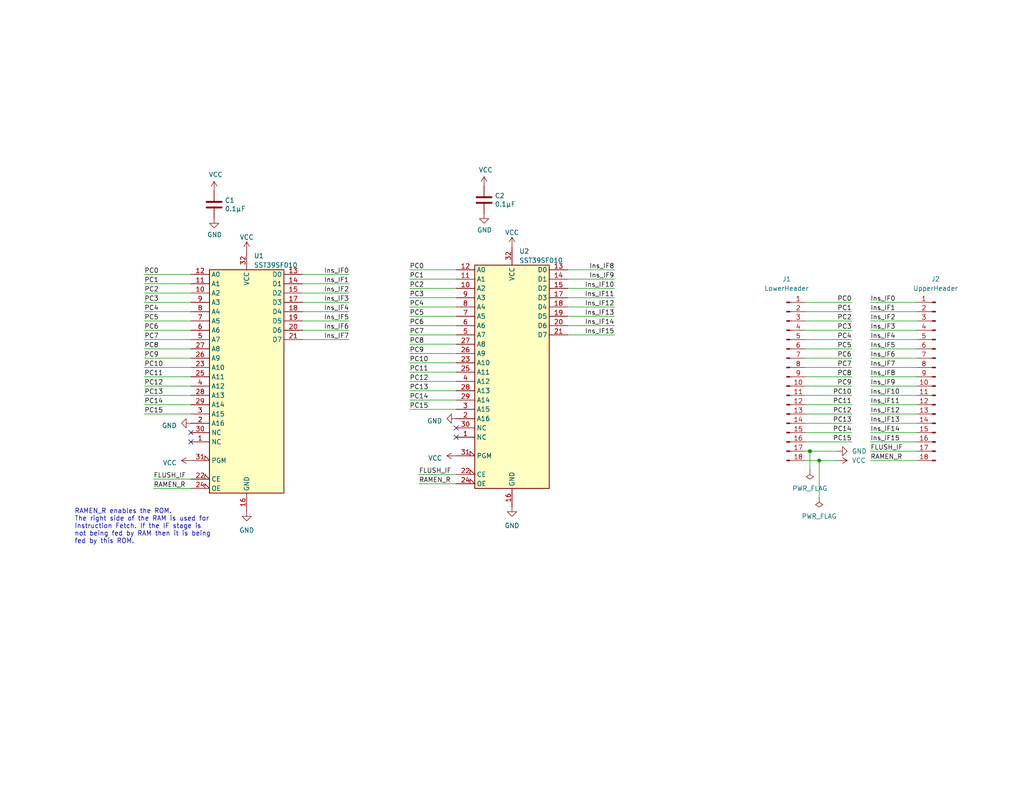
<source format=kicad_sch>
(kicad_sch (version 20230121) (generator eeschema)
  (paper "USLetter")
  (title_block (title "Turtle16: ROM Daughter Board") (date "2023-11-20") (rev "A") (comment 4 "Daughter board with ROM"))
  (lib_symbols
    (symbol "Connector:Conn_01x18_Pin" (pin_names (offset 1.016) hide)
      (property "Reference" "J" (at 0 22.86 0))
      (property "Value" "Conn_01x18_Pin" (at 0 -25.4 0))
      (symbol "Conn_01x18_Pin_1_1"
        (polyline (pts (xy 1.27 -22.86) (xy 0.8636 -22.86)) (stroke (width 0.1524)))
        (polyline (pts (xy 1.27 -20.32) (xy 0.8636 -20.32)) (stroke (width 0.1524)))
        (polyline (pts (xy 1.27 -17.78) (xy 0.8636 -17.78)) (stroke (width 0.1524)))
        (polyline (pts (xy 1.27 -15.24) (xy 0.8636 -15.24)) (stroke (width 0.1524)))
        (polyline (pts (xy 1.27 -12.7) (xy 0.8636 -12.7)) (stroke (width 0.1524)))
        (polyline (pts (xy 1.27 -10.16) (xy 0.8636 -10.16)) (stroke (width 0.1524)))
        (polyline (pts (xy 1.27 -7.62) (xy 0.8636 -7.62)) (stroke (width 0.1524)))
        (polyline (pts (xy 1.27 -5.08) (xy 0.8636 -5.08)) (stroke (width 0.1524)))
        (polyline (pts (xy 1.27 -2.54) (xy 0.8636 -2.54)) (stroke (width 0.1524)))
        (polyline (pts (xy 1.27 0) (xy 0.8636 0)) (stroke (width 0.1524)))
        (polyline (pts (xy 1.27 2.54) (xy 0.8636 2.54)) (stroke (width 0.1524)))
        (polyline (pts (xy 1.27 5.08) (xy 0.8636 5.08)) (stroke (width 0.1524)))
        (polyline (pts (xy 1.27 7.62) (xy 0.8636 7.62)) (stroke (width 0.1524)))
        (polyline (pts (xy 1.27 10.16) (xy 0.8636 10.16)) (stroke (width 0.1524)))
        (polyline (pts (xy 1.27 12.7) (xy 0.8636 12.7)) (stroke (width 0.1524)))
        (polyline (pts (xy 1.27 15.24) (xy 0.8636 15.24)) (stroke (width 0.1524)))
        (polyline (pts (xy 1.27 17.78) (xy 0.8636 17.78)) (stroke (width 0.1524)))
        (polyline (pts (xy 1.27 20.32) (xy 0.8636 20.32)) (stroke (width 0.1524)))
        (rectangle (start 0.8636 -22.733) (end 0 -22.987) (stroke (width 0.1524)) (fill (type outline)))
        (rectangle (start 0.8636 -20.193) (end 0 -20.447) (stroke (width 0.1524)) (fill (type outline)))
        (rectangle (start 0.8636 -17.653) (end 0 -17.907) (stroke (width 0.1524)) (fill (type outline)))
        (rectangle (start 0.8636 -15.113) (end 0 -15.367) (stroke (width 0.1524)) (fill (type outline)))
        (rectangle (start 0.8636 -12.573) (end 0 -12.827) (stroke (width 0.1524)) (fill (type outline)))
        (rectangle (start 0.8636 -10.033) (end 0 -10.287) (stroke (width 0.1524)) (fill (type outline)))
        (rectangle (start 0.8636 -7.493) (end 0 -7.747) (stroke (width 0.1524)) (fill (type outline)))
        (rectangle (start 0.8636 -4.953) (end 0 -5.207) (stroke (width 0.1524)) (fill (type outline)))
        (rectangle (start 0.8636 -2.413) (end 0 -2.667) (stroke (width 0.1524)) (fill (type outline)))
        (rectangle (start 0.8636 0.127) (end 0 -0.127) (stroke (width 0.1524)) (fill (type outline)))
        (rectangle (start 0.8636 2.667) (end 0 2.413) (stroke (width 0.1524)) (fill (type outline)))
        (rectangle (start 0.8636 5.207) (end 0 4.953) (stroke (width 0.1524)) (fill (type outline)))
        (rectangle (start 0.8636 7.747) (end 0 7.493) (stroke (width 0.1524)) (fill (type outline)))
        (rectangle (start 0.8636 10.287) (end 0 10.033) (stroke (width 0.1524)) (fill (type outline)))
        (rectangle (start 0.8636 12.827) (end 0 12.573) (stroke (width 0.1524)) (fill (type outline)))
        (rectangle (start 0.8636 15.367) (end 0 15.113) (stroke (width 0.1524)) (fill (type outline)))
        (rectangle (start 0.8636 17.907) (end 0 17.653) (stroke (width 0.1524)) (fill (type outline)))
        (rectangle (start 0.8636 20.447) (end 0 20.193) (stroke (width 0.1524)) (fill (type outline)))
        (pin passive line (at 5.08 20.32 180) (length 3.81) (name "Pin_1") (number "1"))
        (pin passive line (at 5.08 -2.54 180) (length 3.81) (name "Pin_10") (number "10"))
        (pin passive line (at 5.08 -5.08 180) (length 3.81) (name "Pin_11") (number "11"))
        (pin passive line (at 5.08 -7.62 180) (length 3.81) (name "Pin_12") (number "12"))
        (pin passive line (at 5.08 -10.16 180) (length 3.81) (name "Pin_13") (number "13"))
        (pin passive line (at 5.08 -12.7 180) (length 3.81) (name "Pin_14") (number "14"))
        (pin passive line (at 5.08 -15.24 180) (length 3.81) (name "Pin_15") (number "15"))
        (pin passive line (at 5.08 -17.78 180) (length 3.81) (name "Pin_16") (number "16"))
        (pin passive line (at 5.08 -20.32 180) (length 3.81) (name "Pin_17") (number "17"))
        (pin passive line (at 5.08 -22.86 180) (length 3.81) (name "Pin_18") (number "18"))
        (pin passive line (at 5.08 17.78 180) (length 3.81) (name "Pin_2") (number "2"))
        (pin passive line (at 5.08 15.24 180) (length 3.81) (name "Pin_3") (number "3"))
        (pin passive line (at 5.08 12.7 180) (length 3.81) (name "Pin_4") (number "4"))
        (pin passive line (at 5.08 10.16 180) (length 3.81) (name "Pin_5") (number "5"))
        (pin passive line (at 5.08 7.62 180) (length 3.81) (name "Pin_6") (number "6"))
        (pin passive line (at 5.08 5.08 180) (length 3.81) (name "Pin_7") (number "7"))
        (pin passive line (at 5.08 2.54 180) (length 3.81) (name "Pin_8") (number "8"))
        (pin passive line (at 5.08 0 180) (length 3.81) (name "Pin_9") (number "9"))
      )
    )
    (symbol "Device:C" (pin_numbers hide) (pin_names (offset 0.254))
      (property "Reference" "C" (at 0.635 2.54 0))
      (property "Value" "C" (at 0.635 -2.54 0))
      (symbol "C_0_1"
        (polyline (pts (xy -2.032 -0.762) (xy 2.032 -0.762)) (stroke (width 0.508)))
        (polyline (pts (xy -2.032 0.762) (xy 2.032 0.762)) (stroke (width 0.508)))
      )
      (symbol "C_1_1"
        (pin passive line (at 0 3.81 270) (length 2.794) (name "~") (number "1"))
        (pin passive line (at 0 -3.81 90) (length 2.794) (name "~") (number "2"))
      )
    )
    (symbol "Memory_Flash:SST39SF010"
      (property "Reference" "U" (at 2.54 33.02 0))
      (property "Value" "SST39SF010" (at 0 -30.48 0))
      (symbol "SST39SF010_0_0"
        (pin power_in line (at 0 -34.29 90) (length 5.08) (name "GND") (number "16"))
        (pin power_in line (at 0 36.83 270) (length 5.08) (name "VCC") (number "32"))
      )
      (symbol "SST39SF010_0_1"
        (rectangle (start -10.16 31.75) (end 10.16 -29.21) (stroke (width 0.254)) (fill (type background)))
      )
      (symbol "SST39SF010_1_1"
        (pin input line (at -15.24 -15.24 0) (length 5.08) (name "NC") (number "1"))
        (pin input line (at -15.24 25.4 0) (length 5.08) (name "A2") (number "10"))
        (pin input line (at -15.24 27.94 0) (length 5.08) (name "A1") (number "11"))
        (pin input line (at -15.24 30.48 0) (length 5.08) (name "A0") (number "12"))
        (pin tri_state line (at 15.24 30.48 180) (length 5.08) (name "D0") (number "13"))
        (pin tri_state line (at 15.24 27.94 180) (length 5.08) (name "D1") (number "14"))
        (pin tri_state line (at 15.24 25.4 180) (length 5.08) (name "D2") (number "15"))
        (pin tri_state line (at 15.24 22.86 180) (length 5.08) (name "D3") (number "17"))
        (pin tri_state line (at 15.24 20.32 180) (length 5.08) (name "D4") (number "18"))
        (pin tri_state line (at 15.24 17.78 180) (length 5.08) (name "D5") (number "19"))
        (pin input line (at -15.24 -10.16 0) (length 5.08) (name "A16") (number "2"))
        (pin tri_state line (at 15.24 15.24 180) (length 5.08) (name "D6") (number "20"))
        (pin tri_state line (at 15.24 12.7 180) (length 5.08) (name "D7") (number "21"))
        (pin input input_low (at -15.24 -25.4 0) (length 5.08) (name "CE") (number "22"))
        (pin input line (at -15.24 5.08 0) (length 5.08) (name "A10") (number "23"))
        (pin input input_low (at -15.24 -27.94 0) (length 5.08) (name "OE") (number "24"))
        (pin input line (at -15.24 2.54 0) (length 5.08) (name "A11") (number "25"))
        (pin input line (at -15.24 7.62 0) (length 5.08) (name "A9") (number "26"))
        (pin input line (at -15.24 10.16 0) (length 5.08) (name "A8") (number "27"))
        (pin input line (at -15.24 -2.54 0) (length 5.08) (name "A13") (number "28"))
        (pin input line (at -15.24 -5.08 0) (length 5.08) (name "A14") (number "29"))
        (pin input line (at -15.24 -7.62 0) (length 5.08) (name "A15") (number "3"))
        (pin input line (at -15.24 -12.7 0) (length 5.08) (name "NC") (number "30"))
        (pin input input_low (at -15.24 -20.32 0) (length 5.08) (name "PGM") (number "31"))
        (pin input line (at -15.24 0 0) (length 5.08) (name "A12") (number "4"))
        (pin input line (at -15.24 12.7 0) (length 5.08) (name "A7") (number "5"))
        (pin input line (at -15.24 15.24 0) (length 5.08) (name "A6") (number "6"))
        (pin input line (at -15.24 17.78 0) (length 5.08) (name "A5") (number "7"))
        (pin input line (at -15.24 20.32 0) (length 5.08) (name "A4") (number "8"))
        (pin input line (at -15.24 22.86 0) (length 5.08) (name "A3") (number "9"))
      )
    )
    (symbol "power:GND" (power) (pin_names (offset 0))
      (property "Value" "GND" (at 0 -3.81 0))
      (symbol "GND_0_1"
        (polyline (pts (xy 0 0) (xy 0 -1.27) (xy 1.27 -1.27) (xy 0 -2.54) (xy -1.27 -1.27) (xy 0 -1.27)))
      )
      (symbol "GND_1_1"
        (pin power_in line (at 0 0 270) (length 0) hide (name "GND") (number "1"))
      )
    )
    (symbol "power:PWR_FLAG" (power) (pin_numbers hide) (pin_names (offset 0) hide)
      (property "Value" "PWR_FLAG" (at 0 3.81 0))
      (symbol "PWR_FLAG_0_0"
        (pin power_out line (at 0 0 90) (length 0) (name "pwr") (number "1"))
      )
      (symbol "PWR_FLAG_0_1"
        (polyline (pts (xy 0 0) (xy 0 1.27) (xy -1.016 1.905) (xy 0 2.54) (xy 1.016 1.905) (xy 0 1.27)))
      )
    )
    (symbol "power:VCC" (power) (pin_names (offset 0))
      (property "Value" "VCC" (at 0 3.81 0))
      (symbol "VCC_0_1"
        (polyline (pts (xy -0.762 1.27) (xy 0 2.54)))
        (polyline (pts (xy 0 0) (xy 0 2.54)))
        (polyline (pts (xy 0 2.54) (xy 0.762 1.27)))
      )
      (symbol "VCC_1_1"
        (pin power_in line (at 0 0 90) (length 0) hide (name "VCC") (number "1"))
      )
    )
  )
  (junction (at 223.52 125.73))
  (junction (at 220.98 123.19))
  (no_connect (at 52.07 118.11))
  (no_connect (at 52.07 120.65))
  (no_connect (at 124.46 119.38))
  (no_connect (at 124.46 116.84))
  (wire (pts (xy 41.91 130.81) (xy 52.07 130.81)))
  (wire (pts (xy 111.76 104.14) (xy 124.46 104.14)))
  (wire (pts (xy 237.49 85.09) (xy 250.19 85.09)))
  (wire (pts (xy 237.49 123.19) (xy 250.19 123.19)))
  (wire (pts (xy 114.3 129.54) (xy 124.46 129.54)))
  (wire (pts (xy 167.64 76.2) (xy 154.94 76.2)))
  (wire (pts (xy 111.76 109.22) (xy 124.46 109.22)))
  (wire (pts (xy 95.25 82.55) (xy 82.55 82.55)))
  (wire (pts (xy 232.41 82.55) (xy 219.71 82.55)))
  (wire (pts (xy 95.25 92.71) (xy 82.55 92.71)))
  (wire (pts (xy 111.76 91.44) (xy 124.46 91.44)))
  (wire (pts (xy 167.64 81.28) (xy 154.94 81.28)))
  (wire (pts (xy 167.64 88.9) (xy 154.94 88.9)))
  (wire (pts (xy 39.37 82.55) (xy 52.07 82.55)))
  (wire (pts (xy 237.49 125.73) (xy 250.19 125.73)))
  (wire (pts (xy 39.37 85.09) (xy 52.07 85.09)))
  (wire (pts (xy 167.64 91.44) (xy 154.94 91.44)))
  (wire (pts (xy 232.41 85.09) (xy 219.71 85.09)))
  (wire (pts (xy 111.76 93.98) (xy 124.46 93.98)))
  (wire (pts (xy 111.76 96.52) (xy 124.46 96.52)))
  (wire (pts (xy 111.76 81.28) (xy 124.46 81.28)))
  (wire (pts (xy 237.49 118.11) (xy 250.19 118.11)))
  (wire (pts (xy 39.37 92.71) (xy 52.07 92.71)))
  (wire (pts (xy 39.37 95.25) (xy 52.07 95.25)))
  (wire (pts (xy 232.41 118.11) (xy 219.71 118.11)))
  (wire (pts (xy 237.49 102.87) (xy 250.19 102.87)))
  (wire (pts (xy 232.41 87.63) (xy 219.71 87.63)))
  (wire (pts (xy 237.49 110.49) (xy 250.19 110.49)))
  (wire (pts (xy 232.41 90.17) (xy 219.71 90.17)))
  (wire (pts (xy 95.25 87.63) (xy 82.55 87.63)))
  (wire (pts (xy 237.49 120.65) (xy 250.19 120.65)))
  (wire (pts (xy 39.37 87.63) (xy 52.07 87.63)))
  (wire (pts (xy 237.49 113.03) (xy 250.19 113.03)))
  (wire (pts (xy 228.6 123.19) (xy 220.98 123.19)))
  (wire (pts (xy 111.76 101.6) (xy 124.46 101.6)))
  (wire (pts (xy 39.37 107.95) (xy 52.07 107.95)))
  (wire (pts (xy 39.37 74.93) (xy 52.07 74.93)))
  (wire (pts (xy 111.76 73.66) (xy 124.46 73.66)))
  (wire (pts (xy 111.76 78.74) (xy 124.46 78.74)))
  (wire (pts (xy 39.37 97.79) (xy 52.07 97.79)))
  (wire (pts (xy 39.37 105.41) (xy 52.07 105.41)))
  (wire (pts (xy 237.49 105.41) (xy 250.19 105.41)))
  (wire (pts (xy 39.37 77.47) (xy 52.07 77.47)))
  (wire (pts (xy 223.52 125.73) (xy 219.71 125.73)))
  (wire (pts (xy 95.25 90.17) (xy 82.55 90.17)))
  (wire (pts (xy 95.25 80.01) (xy 82.55 80.01)))
  (wire (pts (xy 95.25 74.93) (xy 82.55 74.93)))
  (wire (pts (xy 39.37 90.17) (xy 52.07 90.17)))
  (wire (pts (xy 237.49 97.79) (xy 250.19 97.79)))
  (wire (pts (xy 39.37 100.33) (xy 52.07 100.33)))
  (wire (pts (xy 237.49 95.25) (xy 250.19 95.25)))
  (wire (pts (xy 232.41 113.03) (xy 219.71 113.03)))
  (wire (pts (xy 223.52 125.73) (xy 223.52 135.89)))
  (wire (pts (xy 95.25 85.09) (xy 82.55 85.09)))
  (wire (pts (xy 232.41 110.49) (xy 219.71 110.49)))
  (wire (pts (xy 39.37 102.87) (xy 52.07 102.87)))
  (wire (pts (xy 111.76 99.06) (xy 124.46 99.06)))
  (wire (pts (xy 232.41 92.71) (xy 219.71 92.71)))
  (wire (pts (xy 114.3 132.08) (xy 124.46 132.08)))
  (wire (pts (xy 237.49 90.17) (xy 250.19 90.17)))
  (wire (pts (xy 237.49 87.63) (xy 250.19 87.63)))
  (wire (pts (xy 39.37 113.03) (xy 52.07 113.03)))
  (wire (pts (xy 228.6 125.73) (xy 223.52 125.73)))
  (wire (pts (xy 111.76 83.82) (xy 124.46 83.82)))
  (wire (pts (xy 111.76 106.68) (xy 124.46 106.68)))
  (wire (pts (xy 232.41 100.33) (xy 219.71 100.33)))
  (wire (pts (xy 167.64 78.74) (xy 154.94 78.74)))
  (wire (pts (xy 167.64 83.82) (xy 154.94 83.82)))
  (wire (pts (xy 237.49 92.71) (xy 250.19 92.71)))
  (wire (pts (xy 41.91 133.35) (xy 52.07 133.35)))
  (wire (pts (xy 237.49 100.33) (xy 250.19 100.33)))
  (wire (pts (xy 167.64 73.66) (xy 154.94 73.66)))
  (wire (pts (xy 232.41 102.87) (xy 219.71 102.87)))
  (wire (pts (xy 232.41 107.95) (xy 219.71 107.95)))
  (wire (pts (xy 232.41 105.41) (xy 219.71 105.41)))
  (wire (pts (xy 237.49 115.57) (xy 250.19 115.57)))
  (wire (pts (xy 232.41 97.79) (xy 219.71 97.79)))
  (wire (pts (xy 232.41 115.57) (xy 219.71 115.57)))
  (wire (pts (xy 39.37 80.01) (xy 52.07 80.01)))
  (wire (pts (xy 232.41 95.25) (xy 219.71 95.25)))
  (wire (pts (xy 220.98 123.19) (xy 220.98 128.27)))
  (wire (pts (xy 95.25 77.47) (xy 82.55 77.47)))
  (wire (pts (xy 220.98 123.19) (xy 219.71 123.19)))
  (wire (pts (xy 111.76 88.9) (xy 124.46 88.9)))
  (wire (pts (xy 111.76 111.76) (xy 124.46 111.76)))
  (wire (pts (xy 167.64 86.36) (xy 154.94 86.36)))
  (wire (pts (xy 111.76 86.36) (xy 124.46 86.36)))
  (wire (pts (xy 237.49 82.55) (xy 250.19 82.55)))
  (wire (pts (xy 237.49 107.95) (xy 250.19 107.95)))
  (wire (pts (xy 232.41 120.65) (xy 219.71 120.65)))
  (wire (pts (xy 111.76 76.2) (xy 124.46 76.2)))
  (wire (pts (xy 39.37 110.49) (xy 52.07 110.49)))
  (text "RAMEN_R enables the ROM.\nThe right side of the RAM is used for\nInstruction Fetch. If the IF stage is\nnot being fed by RAM then it is being\nfed by this ROM." (at 20.32 148.59 0) (effects (font (size 1.27 1.27)) (justify left bottom)))
  (label "PC7" (at 39.37 92.71 0))
  (label "Ins_IF9" (at 237.49 105.41 0))
  (label "Ins_IF5" (at 237.49 95.25 0))
  (label "PC10" (at 39.37 100.33 0))
  (label "PC14" (at 232.41 118.11 180))
  (label "PC5" (at 111.76 86.36 0))
  (label "PC10" (at 232.41 107.95 180))
  (label "PC0" (at 39.37 74.93 0))
  (label "PC8" (at 232.41 102.87 180))
  (label "PC5" (at 39.37 87.63 0))
  (label "Ins_IF10" (at 167.64 78.74 180))
  (label "Ins_IF14" (at 237.49 118.11 0))
  (label "Ins_IF13" (at 237.49 115.57 0))
  (label "Ins_IF12" (at 237.49 113.03 0))
  (label "PC3" (at 39.37 82.55 0))
  (label "PC8" (at 39.37 95.25 0))
  (label "PC0" (at 111.76 73.66 0))
  (label "Ins_IF9" (at 167.64 76.2 180))
  (label "PC12" (at 111.76 104.14 0))
  (label "PC13" (at 39.37 107.95 0))
  (label "Ins_IF11" (at 167.64 81.28 180))
  (label "PC5" (at 232.41 95.25 180))
  (label "Ins_IF0" (at 95.25 74.93 180))
  (label "PC10" (at 111.76 99.06 0))
  (label "Ins_IF6" (at 95.25 90.17 180))
  (label "Ins_IF4" (at 237.49 92.71 0))
  (label "RAMEN_R" (at 237.49 125.73 0))
  (label "PC1" (at 39.37 77.47 0))
  (label "PC9" (at 111.76 96.52 0))
  (label "PC8" (at 111.76 93.98 0))
  (label "Ins_IF15" (at 167.64 91.44 180))
  (label "FLUSH_IF" (at 41.91 130.81 0))
  (label "PC6" (at 39.37 90.17 0))
  (label "PC13" (at 232.41 115.57 180))
  (label "Ins_IF12" (at 167.64 83.82 180))
  (label "Ins_IF7" (at 95.25 92.71 180))
  (label "Ins_IF13" (at 167.64 86.36 180))
  (label "RAMEN_R" (at 114.3 132.08 0))
  (label "RAMEN_R" (at 41.91 133.35 0))
  (label "PC14" (at 39.37 110.49 0))
  (label "PC12" (at 39.37 105.41 0))
  (label "PC6" (at 111.76 88.9 0))
  (label "Ins_IF2" (at 237.49 87.63 0))
  (label "Ins_IF14" (at 167.64 88.9 180))
  (label "Ins_IF7" (at 237.49 100.33 0))
  (label "Ins_IF8" (at 237.49 102.87 0))
  (label "Ins_IF6" (at 237.49 97.79 0))
  (label "Ins_IF4" (at 95.25 85.09 180))
  (label "Ins_IF3" (at 95.25 82.55 180))
  (label "PC4" (at 39.37 85.09 0))
  (label "FLUSH_IF" (at 237.49 123.19 0))
  (label "PC1" (at 232.41 85.09 180))
  (label "Ins_IF1" (at 95.25 77.47 180))
  (label "PC4" (at 111.76 83.82 0))
  (label "PC2" (at 111.76 78.74 0))
  (label "Ins_IF10" (at 237.49 107.95 0))
  (label "PC12" (at 232.41 113.03 180))
  (label "Ins_IF3" (at 237.49 90.17 0))
  (label "Ins_IF0" (at 237.49 82.55 0))
  (label "Ins_IF2" (at 95.25 80.01 180))
  (label "PC7" (at 232.41 100.33 180))
  (label "Ins_IF1" (at 237.49 85.09 0))
  (label "Ins_IF11" (at 237.49 110.49 0))
  (label "FLUSH_IF" (at 114.3 129.54 0))
  (label "PC14" (at 111.76 109.22 0))
  (label "PC11" (at 39.37 102.87 0))
  (label "PC15" (at 39.37 113.03 0))
  (label "PC3" (at 232.41 90.17 180))
  (label "PC2" (at 39.37 80.01 0))
  (label "PC13" (at 111.76 106.68 0))
  (label "PC3" (at 111.76 81.28 0))
  (label "PC9" (at 39.37 97.79 0))
  (label "PC2" (at 232.41 87.63 180))
  (label "PC4" (at 232.41 92.71 180))
  (label "PC15" (at 232.41 120.65 180))
  (label "Ins_IF5" (at 95.25 87.63 180))
  (label "PC15" (at 111.76 111.76 0))
  (label "PC1" (at 111.76 76.2 0))
  (label "PC0" (at 232.41 82.55 180))
  (label "PC11" (at 232.41 110.49 180))
  (label "PC7" (at 111.76 91.44 0))
  (label "Ins_IF8" (at 167.64 73.66 180))
  (label "PC9" (at 232.41 105.41 180))
  (label "PC11" (at 111.76 101.6 0))
  (label "Ins_IF15" (at 237.49 120.65 0))
  (label "PC6" (at 232.41 97.79 180))
  (symbol (lib_id "Memory_Flash:SST39SF010") (at 139.7 104.14 0) (unit 1)
    (property "Reference" "U2" (at 141.6559 68.58 0) (effects (justify left)))
    (property "Value" "SST39SF010" (at 141.6559 71.12 0) (effects (justify left)))
    (property "Footprint" "Package_LCC:843221B1RKTP" (effects hide))
    (property "Datasheet" "http://ww1.microchip.com/downloads/en/DeviceDoc/25022B.pdf" (effects hide))
    (property "Mouser" "https://www.mouser.com/ProductDetail/Microchip-Technology/SST39SF010A-45-4I-NHE?qs=tIuBKjZQlcn4x3o3EE%252B3qw%3D%3D" (effects hide))
    (property "Mouser2" "https://www.mouser.com/ProductDetail/517-8432-21B1-RK-TP" (effects hide))
  )
  (symbol (lib_id "Device:C") (at 132.08 54.61 0) (unit 1)
    (property "Reference" "C2" (at 135.001 53.4416 0) (effects (justify left)))
    (property "Value" "0.1μF" (at 135.001 55.753 0) (effects (justify left)))
    (property "Footprint" "Capacitor_SMD:C_0603_1608Metric_Pad1.08x0.95mm_HandSolder" (effects hide))
    (property "Mouser" "https://www.mouser.com/ProductDetail/963-EMK107B7104KAHT" (effects hide))
  )
  (symbol (lib_id "power:GND") (at 52.07 115.57 270) (unit 1)
    (property "Reference" "#PWR01" (effects hide))
    (property "Value" "GND" (at 48.26 116.205 90) (effects (justify right)))
  )
  (symbol (lib_id "power:VCC") (at 52.07 125.73 90) (unit 1)
    (property "Reference" "#PWR02" (effects hide))
    (property "Value" "VCC" (at 48.26 126.365 90) (effects (justify left)))
  )
  (symbol (lib_id "power:VCC") (at 124.46 124.46 90) (unit 1)
    (property "Reference" "#PWR08" (effects hide))
    (property "Value" "VCC" (at 120.65 125.095 90) (effects (justify left)))
  )
  (symbol (lib_id "power:VCC") (at 67.31 68.58 0) (unit 1)
    (property "Reference" "#PWR05" (effects hide))
    (property "Value" "VCC" (at 67.31 64.77 0))
  )
  (symbol (lib_id "power:VCC") (at 139.7 67.31 0) (unit 1)
    (property "Reference" "#PWR011" (effects hide))
    (property "Value" "VCC" (at 139.7 63.5 0))
  )
  (symbol (lib_id "power:VCC") (at 228.6 125.73 270) (unit 1)
    (property "Reference" "#PWR014" (effects hide))
    (property "Value" "VCC" (at 232.41 125.73 90) (effects (justify left)))
  )
  (symbol (lib_id "Connector:Conn_01x18_Pin") (at 214.63 102.87 0) (unit 1)
    (property "Reference" "J1" (at 214.63 76.2 0))
    (property "Value" "LowerHeader" (at 214.63 78.74 0))
    (property "Footprint" "Connector_PinHeader_2.54mm:PinHeader_1x18_P2.54mm_Vertical" (effects hide))
  )
  (symbol (lib_id "power:GND") (at 228.6 123.19 90) (unit 1)
    (property "Reference" "#PWR013" (effects hide))
    (property "Value" "GND" (at 232.41 123.19 90) (effects (justify right)))
  )
  (symbol (lib_id "power:VCC") (at 58.42 52.07 0) (unit 1)
    (property "Reference" "#PWR03" (effects hide))
    (property "Value" "VCC" (at 58.8518 47.6758 0))
  )
  (symbol (lib_id "power:GND") (at 139.7 138.43 0) (unit 1)
    (property "Reference" "#PWR012" (effects hide))
    (property "Value" "GND" (at 139.7 143.51 0))
  )
  (symbol (lib_id "power:GND") (at 67.31 139.7 0) (unit 1)
    (property "Reference" "#PWR06" (effects hide))
    (property "Value" "GND" (at 67.31 144.78 0))
  )
  (symbol (lib_id "Connector:Conn_01x18_Pin") (at 255.27 102.87 0) (mirror y) (unit 1)
    (property "Reference" "J2" (at 255.27 76.2 0))
    (property "Value" "UpperHeader" (at 255.27 78.74 0))
    (property "Footprint" "Connector_PinHeader_2.54mm:PinHeader_1x18_P2.54mm_Vertical" (effects hide))
  )
  (symbol (lib_id "Device:C") (at 58.42 55.88 0) (unit 1)
    (property "Reference" "C1" (at 61.341 54.7116 0) (effects (justify left)))
    (property "Value" "0.1μF" (at 61.341 57.023 0) (effects (justify left)))
    (property "Footprint" "Capacitor_SMD:C_0603_1608Metric_Pad1.08x0.95mm_HandSolder" (effects hide))
    (property "Mouser" "https://www.mouser.com/ProductDetail/963-EMK107B7104KAHT" (effects hide))
  )
  (symbol (lib_id "power:GND") (at 132.08 58.42 0) (unit 1)
    (property "Reference" "#PWR010" (effects hide))
    (property "Value" "GND" (at 132.207 62.8142 0))
  )
  (symbol (lib_id "power:GND") (at 124.46 114.3 270) (unit 1)
    (property "Reference" "#PWR07" (effects hide))
    (property "Value" "GND" (at 120.65 114.935 90) (effects (justify right)))
  )
  (symbol (lib_id "power:PWR_FLAG") (at 220.98 128.27 180) (unit 1)
    (property "Reference" "#FLG01" (effects hide))
    (property "Value" "PWR_FLAG" (at 220.98 133.35 0))
  )
  (symbol (lib_id "power:PWR_FLAG") (at 223.52 135.89 180) (unit 1)
    (property "Reference" "#FLG02" (effects hide))
    (property "Value" "PWR_FLAG" (at 223.52 140.97 0))
  )
  (symbol (lib_id "Memory_Flash:SST39SF010") (at 67.31 105.41 0) (unit 1)
    (property "Reference" "U1" (at 69.2659 69.85 0) (effects (justify left)))
    (property "Value" "SST39SF010" (at 69.2659 72.39 0) (effects (justify left)))
    (property "Footprint" "Package_LCC:843221B1RKTP" (effects hide))
    (property "Datasheet" "http://ww1.microchip.com/downloads/en/DeviceDoc/25022B.pdf" (effects hide))
    (property "Mouser" "https://www.mouser.com/ProductDetail/Microchip-Technology/SST39SF010A-45-4I-NHE?qs=tIuBKjZQlcn4x3o3EE%252B3qw%3D%3D" (effects hide))
    (property "Mouser2" "https://www.mouser.com/ProductDetail/517-8432-21B1-RK-TP" (effects hide))
  )
  (symbol (lib_id "power:VCC") (at 132.08 50.8 0) (unit 1)
    (property "Reference" "#PWR09" (effects hide))
    (property "Value" "VCC" (at 132.5118 46.4058 0))
  )
  (symbol (lib_id "power:GND") (at 58.42 59.69 0) (unit 1)
    (property "Reference" "#PWR04" (effects hide))
    (property "Value" "GND" (at 58.547 64.0842 0))
  )
)
</source>
